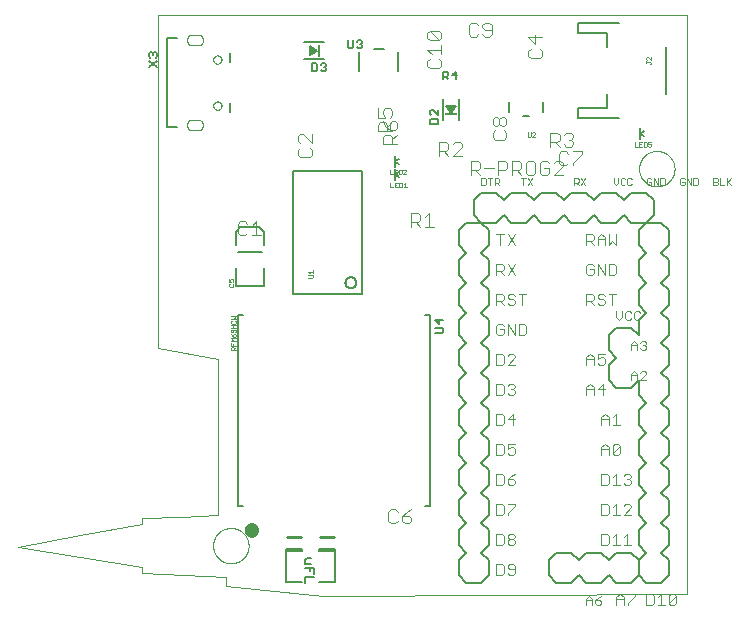
<source format=gto>
G75*
%MOIN*%
%OFA0B0*%
%FSLAX25Y25*%
%IPPOS*%
%LPD*%
%AMOC8*
5,1,8,0,0,1.08239X$1,22.5*
%
%ADD10C,0.00000*%
%ADD11C,0.00400*%
%ADD12C,0.00800*%
%ADD13C,0.00500*%
%ADD14C,0.00100*%
%ADD15C,0.00300*%
%ADD16C,0.00200*%
%ADD17C,0.00600*%
%ADD18R,0.03937X0.00787*%
%ADD19C,0.01000*%
%ADD20C,0.02400*%
%ADD21R,0.00787X0.03937*%
D10*
X0005457Y0022435D02*
X0026291Y0026394D01*
X0046791Y0030019D01*
X0046860Y0031852D01*
X0046930Y0032019D01*
X0059694Y0032505D01*
X0072124Y0032991D01*
X0072100Y0032985D02*
X0072125Y0058990D01*
X0072124Y0058963D02*
X0072124Y0084935D01*
X0052124Y0088685D01*
X0052124Y0199797D01*
X0228374Y0199797D01*
X0228374Y0006741D01*
X0167819Y0006394D01*
X0107263Y0006047D01*
X0074902Y0009419D01*
X0074902Y0012574D01*
X0060805Y0013130D01*
X0046707Y0013685D01*
X0046707Y0015908D01*
X0005457Y0022435D01*
X0070553Y0022850D02*
X0070555Y0023003D01*
X0070561Y0023157D01*
X0070571Y0023310D01*
X0070585Y0023462D01*
X0070603Y0023615D01*
X0070625Y0023766D01*
X0070650Y0023917D01*
X0070680Y0024068D01*
X0070714Y0024218D01*
X0070751Y0024366D01*
X0070792Y0024514D01*
X0070837Y0024660D01*
X0070886Y0024806D01*
X0070939Y0024950D01*
X0070995Y0025092D01*
X0071055Y0025233D01*
X0071119Y0025373D01*
X0071186Y0025511D01*
X0071257Y0025647D01*
X0071332Y0025781D01*
X0071409Y0025913D01*
X0071491Y0026043D01*
X0071575Y0026171D01*
X0071663Y0026297D01*
X0071754Y0026420D01*
X0071848Y0026541D01*
X0071946Y0026659D01*
X0072046Y0026775D01*
X0072150Y0026888D01*
X0072256Y0026999D01*
X0072365Y0027107D01*
X0072477Y0027212D01*
X0072591Y0027313D01*
X0072709Y0027412D01*
X0072828Y0027508D01*
X0072950Y0027601D01*
X0073075Y0027690D01*
X0073202Y0027777D01*
X0073331Y0027859D01*
X0073462Y0027939D01*
X0073595Y0028015D01*
X0073730Y0028088D01*
X0073867Y0028157D01*
X0074006Y0028222D01*
X0074146Y0028284D01*
X0074288Y0028342D01*
X0074431Y0028397D01*
X0074576Y0028448D01*
X0074722Y0028495D01*
X0074869Y0028538D01*
X0075017Y0028577D01*
X0075166Y0028613D01*
X0075316Y0028644D01*
X0075467Y0028672D01*
X0075618Y0028696D01*
X0075771Y0028716D01*
X0075923Y0028732D01*
X0076076Y0028744D01*
X0076229Y0028752D01*
X0076382Y0028756D01*
X0076536Y0028756D01*
X0076689Y0028752D01*
X0076842Y0028744D01*
X0076995Y0028732D01*
X0077147Y0028716D01*
X0077300Y0028696D01*
X0077451Y0028672D01*
X0077602Y0028644D01*
X0077752Y0028613D01*
X0077901Y0028577D01*
X0078049Y0028538D01*
X0078196Y0028495D01*
X0078342Y0028448D01*
X0078487Y0028397D01*
X0078630Y0028342D01*
X0078772Y0028284D01*
X0078912Y0028222D01*
X0079051Y0028157D01*
X0079188Y0028088D01*
X0079323Y0028015D01*
X0079456Y0027939D01*
X0079587Y0027859D01*
X0079716Y0027777D01*
X0079843Y0027690D01*
X0079968Y0027601D01*
X0080090Y0027508D01*
X0080209Y0027412D01*
X0080327Y0027313D01*
X0080441Y0027212D01*
X0080553Y0027107D01*
X0080662Y0026999D01*
X0080768Y0026888D01*
X0080872Y0026775D01*
X0080972Y0026659D01*
X0081070Y0026541D01*
X0081164Y0026420D01*
X0081255Y0026297D01*
X0081343Y0026171D01*
X0081427Y0026043D01*
X0081509Y0025913D01*
X0081586Y0025781D01*
X0081661Y0025647D01*
X0081732Y0025511D01*
X0081799Y0025373D01*
X0081863Y0025233D01*
X0081923Y0025092D01*
X0081979Y0024950D01*
X0082032Y0024806D01*
X0082081Y0024660D01*
X0082126Y0024514D01*
X0082167Y0024366D01*
X0082204Y0024218D01*
X0082238Y0024068D01*
X0082268Y0023917D01*
X0082293Y0023766D01*
X0082315Y0023615D01*
X0082333Y0023462D01*
X0082347Y0023310D01*
X0082357Y0023157D01*
X0082363Y0023003D01*
X0082365Y0022850D01*
X0082363Y0022697D01*
X0082357Y0022543D01*
X0082347Y0022390D01*
X0082333Y0022238D01*
X0082315Y0022085D01*
X0082293Y0021934D01*
X0082268Y0021783D01*
X0082238Y0021632D01*
X0082204Y0021482D01*
X0082167Y0021334D01*
X0082126Y0021186D01*
X0082081Y0021040D01*
X0082032Y0020894D01*
X0081979Y0020750D01*
X0081923Y0020608D01*
X0081863Y0020467D01*
X0081799Y0020327D01*
X0081732Y0020189D01*
X0081661Y0020053D01*
X0081586Y0019919D01*
X0081509Y0019787D01*
X0081427Y0019657D01*
X0081343Y0019529D01*
X0081255Y0019403D01*
X0081164Y0019280D01*
X0081070Y0019159D01*
X0080972Y0019041D01*
X0080872Y0018925D01*
X0080768Y0018812D01*
X0080662Y0018701D01*
X0080553Y0018593D01*
X0080441Y0018488D01*
X0080327Y0018387D01*
X0080209Y0018288D01*
X0080090Y0018192D01*
X0079968Y0018099D01*
X0079843Y0018010D01*
X0079716Y0017923D01*
X0079587Y0017841D01*
X0079456Y0017761D01*
X0079323Y0017685D01*
X0079188Y0017612D01*
X0079051Y0017543D01*
X0078912Y0017478D01*
X0078772Y0017416D01*
X0078630Y0017358D01*
X0078487Y0017303D01*
X0078342Y0017252D01*
X0078196Y0017205D01*
X0078049Y0017162D01*
X0077901Y0017123D01*
X0077752Y0017087D01*
X0077602Y0017056D01*
X0077451Y0017028D01*
X0077300Y0017004D01*
X0077147Y0016984D01*
X0076995Y0016968D01*
X0076842Y0016956D01*
X0076689Y0016948D01*
X0076536Y0016944D01*
X0076382Y0016944D01*
X0076229Y0016948D01*
X0076076Y0016956D01*
X0075923Y0016968D01*
X0075771Y0016984D01*
X0075618Y0017004D01*
X0075467Y0017028D01*
X0075316Y0017056D01*
X0075166Y0017087D01*
X0075017Y0017123D01*
X0074869Y0017162D01*
X0074722Y0017205D01*
X0074576Y0017252D01*
X0074431Y0017303D01*
X0074288Y0017358D01*
X0074146Y0017416D01*
X0074006Y0017478D01*
X0073867Y0017543D01*
X0073730Y0017612D01*
X0073595Y0017685D01*
X0073462Y0017761D01*
X0073331Y0017841D01*
X0073202Y0017923D01*
X0073075Y0018010D01*
X0072950Y0018099D01*
X0072828Y0018192D01*
X0072709Y0018288D01*
X0072591Y0018387D01*
X0072477Y0018488D01*
X0072365Y0018593D01*
X0072256Y0018701D01*
X0072150Y0018812D01*
X0072046Y0018925D01*
X0071946Y0019041D01*
X0071848Y0019159D01*
X0071754Y0019280D01*
X0071663Y0019403D01*
X0071575Y0019529D01*
X0071491Y0019657D01*
X0071409Y0019787D01*
X0071332Y0019919D01*
X0071257Y0020053D01*
X0071186Y0020189D01*
X0071119Y0020327D01*
X0071055Y0020467D01*
X0070995Y0020608D01*
X0070939Y0020750D01*
X0070886Y0020894D01*
X0070837Y0021040D01*
X0070792Y0021186D01*
X0070751Y0021334D01*
X0070714Y0021482D01*
X0070680Y0021632D01*
X0070650Y0021783D01*
X0070625Y0021934D01*
X0070603Y0022085D01*
X0070585Y0022238D01*
X0070571Y0022390D01*
X0070561Y0022543D01*
X0070555Y0022697D01*
X0070553Y0022850D01*
X0212539Y0148504D02*
X0212541Y0148657D01*
X0212547Y0148811D01*
X0212557Y0148964D01*
X0212571Y0149116D01*
X0212589Y0149269D01*
X0212611Y0149420D01*
X0212636Y0149571D01*
X0212666Y0149722D01*
X0212700Y0149872D01*
X0212737Y0150020D01*
X0212778Y0150168D01*
X0212823Y0150314D01*
X0212872Y0150460D01*
X0212925Y0150604D01*
X0212981Y0150746D01*
X0213041Y0150887D01*
X0213105Y0151027D01*
X0213172Y0151165D01*
X0213243Y0151301D01*
X0213318Y0151435D01*
X0213395Y0151567D01*
X0213477Y0151697D01*
X0213561Y0151825D01*
X0213649Y0151951D01*
X0213740Y0152074D01*
X0213834Y0152195D01*
X0213932Y0152313D01*
X0214032Y0152429D01*
X0214136Y0152542D01*
X0214242Y0152653D01*
X0214351Y0152761D01*
X0214463Y0152866D01*
X0214577Y0152967D01*
X0214695Y0153066D01*
X0214814Y0153162D01*
X0214936Y0153255D01*
X0215061Y0153344D01*
X0215188Y0153431D01*
X0215317Y0153513D01*
X0215448Y0153593D01*
X0215581Y0153669D01*
X0215716Y0153742D01*
X0215853Y0153811D01*
X0215992Y0153876D01*
X0216132Y0153938D01*
X0216274Y0153996D01*
X0216417Y0154051D01*
X0216562Y0154102D01*
X0216708Y0154149D01*
X0216855Y0154192D01*
X0217003Y0154231D01*
X0217152Y0154267D01*
X0217302Y0154298D01*
X0217453Y0154326D01*
X0217604Y0154350D01*
X0217757Y0154370D01*
X0217909Y0154386D01*
X0218062Y0154398D01*
X0218215Y0154406D01*
X0218368Y0154410D01*
X0218522Y0154410D01*
X0218675Y0154406D01*
X0218828Y0154398D01*
X0218981Y0154386D01*
X0219133Y0154370D01*
X0219286Y0154350D01*
X0219437Y0154326D01*
X0219588Y0154298D01*
X0219738Y0154267D01*
X0219887Y0154231D01*
X0220035Y0154192D01*
X0220182Y0154149D01*
X0220328Y0154102D01*
X0220473Y0154051D01*
X0220616Y0153996D01*
X0220758Y0153938D01*
X0220898Y0153876D01*
X0221037Y0153811D01*
X0221174Y0153742D01*
X0221309Y0153669D01*
X0221442Y0153593D01*
X0221573Y0153513D01*
X0221702Y0153431D01*
X0221829Y0153344D01*
X0221954Y0153255D01*
X0222076Y0153162D01*
X0222195Y0153066D01*
X0222313Y0152967D01*
X0222427Y0152866D01*
X0222539Y0152761D01*
X0222648Y0152653D01*
X0222754Y0152542D01*
X0222858Y0152429D01*
X0222958Y0152313D01*
X0223056Y0152195D01*
X0223150Y0152074D01*
X0223241Y0151951D01*
X0223329Y0151825D01*
X0223413Y0151697D01*
X0223495Y0151567D01*
X0223572Y0151435D01*
X0223647Y0151301D01*
X0223718Y0151165D01*
X0223785Y0151027D01*
X0223849Y0150887D01*
X0223909Y0150746D01*
X0223965Y0150604D01*
X0224018Y0150460D01*
X0224067Y0150314D01*
X0224112Y0150168D01*
X0224153Y0150020D01*
X0224190Y0149872D01*
X0224224Y0149722D01*
X0224254Y0149571D01*
X0224279Y0149420D01*
X0224301Y0149269D01*
X0224319Y0149116D01*
X0224333Y0148964D01*
X0224343Y0148811D01*
X0224349Y0148657D01*
X0224351Y0148504D01*
X0224349Y0148351D01*
X0224343Y0148197D01*
X0224333Y0148044D01*
X0224319Y0147892D01*
X0224301Y0147739D01*
X0224279Y0147588D01*
X0224254Y0147437D01*
X0224224Y0147286D01*
X0224190Y0147136D01*
X0224153Y0146988D01*
X0224112Y0146840D01*
X0224067Y0146694D01*
X0224018Y0146548D01*
X0223965Y0146404D01*
X0223909Y0146262D01*
X0223849Y0146121D01*
X0223785Y0145981D01*
X0223718Y0145843D01*
X0223647Y0145707D01*
X0223572Y0145573D01*
X0223495Y0145441D01*
X0223413Y0145311D01*
X0223329Y0145183D01*
X0223241Y0145057D01*
X0223150Y0144934D01*
X0223056Y0144813D01*
X0222958Y0144695D01*
X0222858Y0144579D01*
X0222754Y0144466D01*
X0222648Y0144355D01*
X0222539Y0144247D01*
X0222427Y0144142D01*
X0222313Y0144041D01*
X0222195Y0143942D01*
X0222076Y0143846D01*
X0221954Y0143753D01*
X0221829Y0143664D01*
X0221702Y0143577D01*
X0221573Y0143495D01*
X0221442Y0143415D01*
X0221309Y0143339D01*
X0221174Y0143266D01*
X0221037Y0143197D01*
X0220898Y0143132D01*
X0220758Y0143070D01*
X0220616Y0143012D01*
X0220473Y0142957D01*
X0220328Y0142906D01*
X0220182Y0142859D01*
X0220035Y0142816D01*
X0219887Y0142777D01*
X0219738Y0142741D01*
X0219588Y0142710D01*
X0219437Y0142682D01*
X0219286Y0142658D01*
X0219133Y0142638D01*
X0218981Y0142622D01*
X0218828Y0142610D01*
X0218675Y0142602D01*
X0218522Y0142598D01*
X0218368Y0142598D01*
X0218215Y0142602D01*
X0218062Y0142610D01*
X0217909Y0142622D01*
X0217757Y0142638D01*
X0217604Y0142658D01*
X0217453Y0142682D01*
X0217302Y0142710D01*
X0217152Y0142741D01*
X0217003Y0142777D01*
X0216855Y0142816D01*
X0216708Y0142859D01*
X0216562Y0142906D01*
X0216417Y0142957D01*
X0216274Y0143012D01*
X0216132Y0143070D01*
X0215992Y0143132D01*
X0215853Y0143197D01*
X0215716Y0143266D01*
X0215581Y0143339D01*
X0215448Y0143415D01*
X0215317Y0143495D01*
X0215188Y0143577D01*
X0215061Y0143664D01*
X0214936Y0143753D01*
X0214814Y0143846D01*
X0214695Y0143942D01*
X0214577Y0144041D01*
X0214463Y0144142D01*
X0214351Y0144247D01*
X0214242Y0144355D01*
X0214136Y0144466D01*
X0214032Y0144579D01*
X0213932Y0144695D01*
X0213834Y0144813D01*
X0213740Y0144934D01*
X0213649Y0145057D01*
X0213561Y0145183D01*
X0213477Y0145311D01*
X0213395Y0145441D01*
X0213318Y0145573D01*
X0213243Y0145707D01*
X0213172Y0145843D01*
X0213105Y0145981D01*
X0213041Y0146121D01*
X0212981Y0146262D01*
X0212925Y0146404D01*
X0212872Y0146548D01*
X0212823Y0146694D01*
X0212778Y0146840D01*
X0212737Y0146988D01*
X0212700Y0147136D01*
X0212666Y0147286D01*
X0212636Y0147437D01*
X0212611Y0147588D01*
X0212589Y0147739D01*
X0212571Y0147892D01*
X0212557Y0148044D01*
X0212547Y0148197D01*
X0212541Y0148351D01*
X0212539Y0148504D01*
X0070603Y0169543D02*
X0070605Y0169617D01*
X0070611Y0169691D01*
X0070621Y0169764D01*
X0070635Y0169837D01*
X0070652Y0169909D01*
X0070674Y0169979D01*
X0070699Y0170049D01*
X0070728Y0170117D01*
X0070761Y0170183D01*
X0070797Y0170248D01*
X0070837Y0170310D01*
X0070879Y0170371D01*
X0070925Y0170429D01*
X0070974Y0170484D01*
X0071026Y0170537D01*
X0071081Y0170587D01*
X0071138Y0170633D01*
X0071198Y0170677D01*
X0071260Y0170717D01*
X0071324Y0170754D01*
X0071390Y0170788D01*
X0071458Y0170818D01*
X0071527Y0170844D01*
X0071598Y0170867D01*
X0071669Y0170885D01*
X0071742Y0170900D01*
X0071815Y0170911D01*
X0071889Y0170918D01*
X0071963Y0170921D01*
X0072036Y0170920D01*
X0072110Y0170915D01*
X0072184Y0170906D01*
X0072257Y0170893D01*
X0072329Y0170876D01*
X0072400Y0170856D01*
X0072470Y0170831D01*
X0072538Y0170803D01*
X0072605Y0170772D01*
X0072670Y0170736D01*
X0072733Y0170698D01*
X0072794Y0170656D01*
X0072853Y0170610D01*
X0072909Y0170562D01*
X0072962Y0170511D01*
X0073012Y0170457D01*
X0073060Y0170400D01*
X0073104Y0170341D01*
X0073146Y0170279D01*
X0073184Y0170216D01*
X0073218Y0170150D01*
X0073249Y0170083D01*
X0073276Y0170014D01*
X0073299Y0169944D01*
X0073319Y0169873D01*
X0073335Y0169800D01*
X0073347Y0169727D01*
X0073355Y0169654D01*
X0073359Y0169580D01*
X0073359Y0169506D01*
X0073355Y0169432D01*
X0073347Y0169359D01*
X0073335Y0169286D01*
X0073319Y0169213D01*
X0073299Y0169142D01*
X0073276Y0169072D01*
X0073249Y0169003D01*
X0073218Y0168936D01*
X0073184Y0168870D01*
X0073146Y0168807D01*
X0073104Y0168745D01*
X0073060Y0168686D01*
X0073012Y0168629D01*
X0072962Y0168575D01*
X0072909Y0168524D01*
X0072853Y0168476D01*
X0072794Y0168430D01*
X0072733Y0168388D01*
X0072670Y0168350D01*
X0072605Y0168314D01*
X0072538Y0168283D01*
X0072470Y0168255D01*
X0072400Y0168230D01*
X0072329Y0168210D01*
X0072257Y0168193D01*
X0072184Y0168180D01*
X0072110Y0168171D01*
X0072036Y0168166D01*
X0071963Y0168165D01*
X0071889Y0168168D01*
X0071815Y0168175D01*
X0071742Y0168186D01*
X0071669Y0168201D01*
X0071598Y0168219D01*
X0071527Y0168242D01*
X0071458Y0168268D01*
X0071390Y0168298D01*
X0071324Y0168332D01*
X0071260Y0168369D01*
X0071198Y0168409D01*
X0071138Y0168453D01*
X0071081Y0168499D01*
X0071026Y0168549D01*
X0070974Y0168602D01*
X0070925Y0168657D01*
X0070879Y0168715D01*
X0070837Y0168776D01*
X0070797Y0168838D01*
X0070761Y0168903D01*
X0070728Y0168969D01*
X0070699Y0169037D01*
X0070674Y0169107D01*
X0070652Y0169177D01*
X0070635Y0169249D01*
X0070621Y0169322D01*
X0070611Y0169395D01*
X0070605Y0169469D01*
X0070603Y0169543D01*
X0065681Y0164819D02*
X0063319Y0164819D01*
X0063242Y0164807D01*
X0063166Y0164792D01*
X0063090Y0164773D01*
X0063016Y0164750D01*
X0062942Y0164724D01*
X0062871Y0164694D01*
X0062800Y0164660D01*
X0062732Y0164624D01*
X0062665Y0164583D01*
X0062600Y0164540D01*
X0062538Y0164494D01*
X0062477Y0164444D01*
X0062420Y0164392D01*
X0062365Y0164336D01*
X0062313Y0164279D01*
X0062263Y0164218D01*
X0062217Y0164156D01*
X0062174Y0164091D01*
X0062134Y0164024D01*
X0062097Y0163955D01*
X0062064Y0163885D01*
X0062034Y0163813D01*
X0062008Y0163739D01*
X0061986Y0163665D01*
X0061967Y0163589D01*
X0061952Y0163513D01*
X0061941Y0163436D01*
X0061933Y0163358D01*
X0061929Y0163280D01*
X0061930Y0163202D01*
X0061933Y0163125D01*
X0061941Y0163047D01*
X0061941Y0163048D02*
X0061933Y0162970D01*
X0061930Y0162893D01*
X0061929Y0162815D01*
X0061933Y0162737D01*
X0061941Y0162659D01*
X0061952Y0162582D01*
X0061967Y0162506D01*
X0061986Y0162430D01*
X0062008Y0162356D01*
X0062034Y0162282D01*
X0062064Y0162210D01*
X0062097Y0162140D01*
X0062134Y0162071D01*
X0062174Y0162004D01*
X0062217Y0161939D01*
X0062263Y0161877D01*
X0062313Y0161816D01*
X0062365Y0161759D01*
X0062420Y0161703D01*
X0062477Y0161651D01*
X0062538Y0161601D01*
X0062600Y0161555D01*
X0062665Y0161512D01*
X0062732Y0161471D01*
X0062800Y0161435D01*
X0062871Y0161401D01*
X0062942Y0161371D01*
X0063016Y0161345D01*
X0063090Y0161322D01*
X0063166Y0161303D01*
X0063242Y0161288D01*
X0063319Y0161276D01*
X0065681Y0161276D01*
X0065682Y0161276D02*
X0065759Y0161288D01*
X0065835Y0161303D01*
X0065911Y0161322D01*
X0065985Y0161345D01*
X0066059Y0161371D01*
X0066130Y0161401D01*
X0066201Y0161435D01*
X0066269Y0161471D01*
X0066336Y0161512D01*
X0066401Y0161555D01*
X0066463Y0161601D01*
X0066524Y0161651D01*
X0066581Y0161703D01*
X0066636Y0161759D01*
X0066688Y0161816D01*
X0066738Y0161877D01*
X0066784Y0161939D01*
X0066827Y0162004D01*
X0066867Y0162071D01*
X0066904Y0162140D01*
X0066937Y0162210D01*
X0066967Y0162282D01*
X0066993Y0162356D01*
X0067015Y0162430D01*
X0067034Y0162506D01*
X0067049Y0162582D01*
X0067060Y0162659D01*
X0067068Y0162737D01*
X0067072Y0162815D01*
X0067071Y0162893D01*
X0067068Y0162970D01*
X0067060Y0163048D01*
X0067060Y0163047D02*
X0067068Y0163125D01*
X0067071Y0163202D01*
X0067072Y0163280D01*
X0067068Y0163358D01*
X0067060Y0163436D01*
X0067049Y0163513D01*
X0067034Y0163589D01*
X0067015Y0163665D01*
X0066993Y0163739D01*
X0066967Y0163813D01*
X0066937Y0163885D01*
X0066904Y0163955D01*
X0066867Y0164024D01*
X0066827Y0164091D01*
X0066784Y0164156D01*
X0066738Y0164218D01*
X0066688Y0164279D01*
X0066636Y0164336D01*
X0066581Y0164392D01*
X0066524Y0164444D01*
X0066463Y0164494D01*
X0066401Y0164540D01*
X0066336Y0164583D01*
X0066269Y0164624D01*
X0066201Y0164660D01*
X0066130Y0164694D01*
X0066059Y0164724D01*
X0065985Y0164750D01*
X0065911Y0164773D01*
X0065835Y0164792D01*
X0065759Y0164807D01*
X0065682Y0164819D01*
X0070603Y0184898D02*
X0070605Y0184972D01*
X0070611Y0185046D01*
X0070621Y0185119D01*
X0070635Y0185192D01*
X0070652Y0185264D01*
X0070674Y0185334D01*
X0070699Y0185404D01*
X0070728Y0185472D01*
X0070761Y0185538D01*
X0070797Y0185603D01*
X0070837Y0185665D01*
X0070879Y0185726D01*
X0070925Y0185784D01*
X0070974Y0185839D01*
X0071026Y0185892D01*
X0071081Y0185942D01*
X0071138Y0185988D01*
X0071198Y0186032D01*
X0071260Y0186072D01*
X0071324Y0186109D01*
X0071390Y0186143D01*
X0071458Y0186173D01*
X0071527Y0186199D01*
X0071598Y0186222D01*
X0071669Y0186240D01*
X0071742Y0186255D01*
X0071815Y0186266D01*
X0071889Y0186273D01*
X0071963Y0186276D01*
X0072036Y0186275D01*
X0072110Y0186270D01*
X0072184Y0186261D01*
X0072257Y0186248D01*
X0072329Y0186231D01*
X0072400Y0186211D01*
X0072470Y0186186D01*
X0072538Y0186158D01*
X0072605Y0186127D01*
X0072670Y0186091D01*
X0072733Y0186053D01*
X0072794Y0186011D01*
X0072853Y0185965D01*
X0072909Y0185917D01*
X0072962Y0185866D01*
X0073012Y0185812D01*
X0073060Y0185755D01*
X0073104Y0185696D01*
X0073146Y0185634D01*
X0073184Y0185571D01*
X0073218Y0185505D01*
X0073249Y0185438D01*
X0073276Y0185369D01*
X0073299Y0185299D01*
X0073319Y0185228D01*
X0073335Y0185155D01*
X0073347Y0185082D01*
X0073355Y0185009D01*
X0073359Y0184935D01*
X0073359Y0184861D01*
X0073355Y0184787D01*
X0073347Y0184714D01*
X0073335Y0184641D01*
X0073319Y0184568D01*
X0073299Y0184497D01*
X0073276Y0184427D01*
X0073249Y0184358D01*
X0073218Y0184291D01*
X0073184Y0184225D01*
X0073146Y0184162D01*
X0073104Y0184100D01*
X0073060Y0184041D01*
X0073012Y0183984D01*
X0072962Y0183930D01*
X0072909Y0183879D01*
X0072853Y0183831D01*
X0072794Y0183785D01*
X0072733Y0183743D01*
X0072670Y0183705D01*
X0072605Y0183669D01*
X0072538Y0183638D01*
X0072470Y0183610D01*
X0072400Y0183585D01*
X0072329Y0183565D01*
X0072257Y0183548D01*
X0072184Y0183535D01*
X0072110Y0183526D01*
X0072036Y0183521D01*
X0071963Y0183520D01*
X0071889Y0183523D01*
X0071815Y0183530D01*
X0071742Y0183541D01*
X0071669Y0183556D01*
X0071598Y0183574D01*
X0071527Y0183597D01*
X0071458Y0183623D01*
X0071390Y0183653D01*
X0071324Y0183687D01*
X0071260Y0183724D01*
X0071198Y0183764D01*
X0071138Y0183808D01*
X0071081Y0183854D01*
X0071026Y0183904D01*
X0070974Y0183957D01*
X0070925Y0184012D01*
X0070879Y0184070D01*
X0070837Y0184131D01*
X0070797Y0184193D01*
X0070761Y0184258D01*
X0070728Y0184324D01*
X0070699Y0184392D01*
X0070674Y0184462D01*
X0070652Y0184532D01*
X0070635Y0184604D01*
X0070621Y0184677D01*
X0070611Y0184750D01*
X0070605Y0184824D01*
X0070603Y0184898D01*
X0065681Y0189622D02*
X0063516Y0189622D01*
X0063442Y0189619D01*
X0063367Y0189620D01*
X0063292Y0189624D01*
X0063217Y0189633D01*
X0063143Y0189645D01*
X0063070Y0189661D01*
X0062997Y0189680D01*
X0062926Y0189703D01*
X0062856Y0189730D01*
X0062787Y0189760D01*
X0062720Y0189794D01*
X0062655Y0189831D01*
X0062592Y0189871D01*
X0062531Y0189914D01*
X0062472Y0189961D01*
X0062416Y0190010D01*
X0062362Y0190062D01*
X0062311Y0190117D01*
X0062262Y0190175D01*
X0062217Y0190234D01*
X0062175Y0190296D01*
X0062136Y0190360D01*
X0062100Y0190426D01*
X0062067Y0190494D01*
X0062038Y0190563D01*
X0062013Y0190634D01*
X0061991Y0190705D01*
X0061973Y0190778D01*
X0061959Y0190852D01*
X0061948Y0190926D01*
X0061941Y0191001D01*
X0061941Y0191000D02*
X0061941Y0191788D01*
X0061941Y0191787D02*
X0061948Y0191862D01*
X0061959Y0191936D01*
X0061973Y0192010D01*
X0061991Y0192083D01*
X0062013Y0192154D01*
X0062038Y0192225D01*
X0062067Y0192294D01*
X0062100Y0192362D01*
X0062136Y0192428D01*
X0062175Y0192492D01*
X0062217Y0192554D01*
X0062262Y0192613D01*
X0062311Y0192671D01*
X0062362Y0192726D01*
X0062416Y0192778D01*
X0062472Y0192827D01*
X0062531Y0192874D01*
X0062592Y0192917D01*
X0062655Y0192957D01*
X0062720Y0192994D01*
X0062787Y0193028D01*
X0062856Y0193058D01*
X0062926Y0193085D01*
X0062997Y0193108D01*
X0063070Y0193127D01*
X0063143Y0193143D01*
X0063217Y0193155D01*
X0063292Y0193164D01*
X0063367Y0193168D01*
X0063442Y0193169D01*
X0063516Y0193166D01*
X0063516Y0193165D02*
X0065681Y0193165D01*
X0065681Y0193166D02*
X0065753Y0193164D01*
X0065825Y0193158D01*
X0065897Y0193149D01*
X0065968Y0193136D01*
X0066038Y0193119D01*
X0066107Y0193099D01*
X0066175Y0193074D01*
X0066241Y0193047D01*
X0066307Y0193016D01*
X0066370Y0192981D01*
X0066432Y0192944D01*
X0066491Y0192903D01*
X0066548Y0192859D01*
X0066603Y0192812D01*
X0066655Y0192762D01*
X0066705Y0192710D01*
X0066752Y0192655D01*
X0066796Y0192598D01*
X0066837Y0192539D01*
X0066874Y0192477D01*
X0066909Y0192414D01*
X0066940Y0192348D01*
X0066967Y0192282D01*
X0066992Y0192214D01*
X0067012Y0192145D01*
X0067029Y0192075D01*
X0067042Y0192004D01*
X0067051Y0191932D01*
X0067057Y0191860D01*
X0067059Y0191788D01*
X0067059Y0191000D01*
X0067057Y0190928D01*
X0067051Y0190856D01*
X0067042Y0190784D01*
X0067029Y0190713D01*
X0067012Y0190643D01*
X0066992Y0190574D01*
X0066967Y0190506D01*
X0066940Y0190440D01*
X0066909Y0190374D01*
X0066874Y0190311D01*
X0066837Y0190249D01*
X0066796Y0190190D01*
X0066752Y0190133D01*
X0066705Y0190078D01*
X0066655Y0190026D01*
X0066603Y0189976D01*
X0066548Y0189929D01*
X0066491Y0189885D01*
X0066432Y0189844D01*
X0066370Y0189807D01*
X0066307Y0189772D01*
X0066241Y0189741D01*
X0066175Y0189714D01*
X0066107Y0189689D01*
X0066038Y0189669D01*
X0065968Y0189652D01*
X0065897Y0189639D01*
X0065825Y0189630D01*
X0065753Y0189624D01*
X0065681Y0189622D01*
D11*
X0098853Y0159249D02*
X0098853Y0157715D01*
X0099620Y0156947D01*
X0099620Y0155413D02*
X0098853Y0154646D01*
X0098853Y0153111D01*
X0099620Y0152344D01*
X0102689Y0152344D01*
X0103457Y0153111D01*
X0103457Y0154646D01*
X0102689Y0155413D01*
X0103457Y0156947D02*
X0100387Y0160017D01*
X0099620Y0160017D01*
X0098853Y0159249D01*
X0103457Y0160017D02*
X0103457Y0156947D01*
X0125523Y0160918D02*
X0125523Y0163220D01*
X0126290Y0163987D01*
X0127825Y0163987D01*
X0128592Y0163220D01*
X0128592Y0160918D01*
X0129489Y0161314D02*
X0127954Y0162848D01*
X0127187Y0164383D01*
X0127825Y0165522D02*
X0125523Y0165522D01*
X0125523Y0168591D01*
X0127057Y0167824D02*
X0127057Y0167056D01*
X0127825Y0165522D01*
X0129359Y0165522D02*
X0130127Y0166289D01*
X0130127Y0167824D01*
X0129359Y0168591D01*
X0127825Y0168591D01*
X0127057Y0167824D01*
X0130256Y0164383D02*
X0129489Y0163616D01*
X0129489Y0161314D01*
X0131023Y0161314D01*
X0131791Y0162081D01*
X0131791Y0163616D01*
X0131023Y0164383D01*
X0130256Y0164383D01*
X0130127Y0163987D02*
X0128592Y0162452D01*
X0130127Y0160918D02*
X0125523Y0160918D01*
X0127187Y0159012D02*
X0127954Y0159779D01*
X0129489Y0159779D01*
X0130256Y0159012D01*
X0130256Y0156710D01*
X0130256Y0158245D02*
X0131791Y0159779D01*
X0131791Y0156710D02*
X0127187Y0156710D01*
X0127187Y0159012D01*
X0145877Y0157372D02*
X0145877Y0152768D01*
X0145877Y0154303D02*
X0148179Y0154303D01*
X0148946Y0155070D01*
X0148946Y0156605D01*
X0148179Y0157372D01*
X0145877Y0157372D01*
X0147412Y0154303D02*
X0148946Y0152768D01*
X0150481Y0152768D02*
X0153550Y0155838D01*
X0153550Y0156605D01*
X0152783Y0157372D01*
X0151248Y0157372D01*
X0150481Y0156605D01*
X0150481Y0152768D02*
X0153550Y0152768D01*
X0156397Y0151054D02*
X0158699Y0151054D01*
X0159466Y0150287D01*
X0159466Y0148752D01*
X0158699Y0147985D01*
X0156397Y0147985D01*
X0157931Y0147985D02*
X0159466Y0146450D01*
X0156397Y0146450D02*
X0156397Y0151054D01*
X0161001Y0148752D02*
X0164070Y0148752D01*
X0165605Y0147985D02*
X0167907Y0147985D01*
X0168674Y0148752D01*
X0168674Y0150287D01*
X0167907Y0151054D01*
X0165605Y0151054D01*
X0165605Y0146450D01*
X0170209Y0146450D02*
X0170209Y0151054D01*
X0172511Y0151054D01*
X0173278Y0150287D01*
X0173278Y0148752D01*
X0172511Y0147985D01*
X0170209Y0147985D01*
X0171743Y0147985D02*
X0173278Y0146450D01*
X0174812Y0147217D02*
X0175580Y0146450D01*
X0177114Y0146450D01*
X0177882Y0147217D01*
X0177882Y0150287D01*
X0177114Y0151054D01*
X0175580Y0151054D01*
X0174812Y0150287D01*
X0174812Y0147217D01*
X0179416Y0147217D02*
X0180184Y0146450D01*
X0181718Y0146450D01*
X0182486Y0147217D01*
X0182486Y0148752D01*
X0180951Y0148752D01*
X0179416Y0150287D02*
X0179416Y0147217D01*
X0179416Y0150287D02*
X0180184Y0151054D01*
X0181718Y0151054D01*
X0182486Y0150287D01*
X0184020Y0150287D02*
X0184788Y0151054D01*
X0186322Y0151054D01*
X0187090Y0150287D01*
X0187090Y0149519D01*
X0184020Y0146450D01*
X0187090Y0146450D01*
X0186598Y0149717D02*
X0185831Y0150485D01*
X0185831Y0153554D01*
X0186598Y0154321D01*
X0188133Y0154321D01*
X0188900Y0153554D01*
X0190435Y0154321D02*
X0193504Y0154321D01*
X0193504Y0153554D01*
X0190435Y0150485D01*
X0190435Y0149717D01*
X0188900Y0150485D02*
X0188133Y0149717D01*
X0186598Y0149717D01*
X0186026Y0155887D02*
X0184491Y0157421D01*
X0185259Y0157421D02*
X0182957Y0157421D01*
X0182957Y0155887D02*
X0182957Y0160490D01*
X0185259Y0160490D01*
X0186026Y0159723D01*
X0186026Y0158188D01*
X0185259Y0157421D01*
X0187561Y0156654D02*
X0188328Y0155887D01*
X0189863Y0155887D01*
X0190630Y0156654D01*
X0190630Y0157421D01*
X0189863Y0158188D01*
X0189095Y0158188D01*
X0189863Y0158188D02*
X0190630Y0158956D01*
X0190630Y0159723D01*
X0189863Y0160490D01*
X0188328Y0160490D01*
X0187561Y0159723D01*
X0168285Y0160480D02*
X0167518Y0161247D01*
X0168285Y0160480D02*
X0168285Y0158945D01*
X0167518Y0158178D01*
X0164448Y0158178D01*
X0163681Y0158945D01*
X0163681Y0160480D01*
X0164448Y0161247D01*
X0164448Y0162781D02*
X0165216Y0162781D01*
X0165983Y0163549D01*
X0165983Y0165083D01*
X0166750Y0165851D01*
X0167518Y0165851D01*
X0168285Y0165083D01*
X0168285Y0163549D01*
X0167518Y0162781D01*
X0166750Y0162781D01*
X0165983Y0163549D01*
X0165983Y0165083D02*
X0165216Y0165851D01*
X0164448Y0165851D01*
X0163681Y0165083D01*
X0163681Y0163549D01*
X0164448Y0162781D01*
X0145832Y0182074D02*
X0142763Y0182074D01*
X0141996Y0182841D01*
X0141996Y0184376D01*
X0142763Y0185143D01*
X0143531Y0186678D02*
X0141996Y0188212D01*
X0146600Y0188212D01*
X0146600Y0186678D02*
X0146600Y0189747D01*
X0145832Y0191282D02*
X0142763Y0191282D01*
X0141996Y0192049D01*
X0141996Y0193584D01*
X0142763Y0194351D01*
X0145832Y0191282D01*
X0146600Y0192049D01*
X0146600Y0193584D01*
X0145832Y0194351D01*
X0142763Y0194351D01*
X0145832Y0185143D02*
X0146600Y0184376D01*
X0146600Y0182841D01*
X0145832Y0182074D01*
X0156503Y0192560D02*
X0155736Y0193327D01*
X0155736Y0196396D01*
X0156503Y0197163D01*
X0158038Y0197163D01*
X0158805Y0196396D01*
X0160340Y0196396D02*
X0160340Y0195629D01*
X0161107Y0194861D01*
X0163409Y0194861D01*
X0163409Y0193327D02*
X0162642Y0192560D01*
X0161107Y0192560D01*
X0160340Y0193327D01*
X0158805Y0193327D02*
X0158038Y0192560D01*
X0156503Y0192560D01*
X0160340Y0196396D02*
X0161107Y0197163D01*
X0162642Y0197163D01*
X0163409Y0196396D01*
X0163409Y0193327D01*
X0175666Y0192292D02*
X0177968Y0189990D01*
X0177968Y0193060D01*
X0180270Y0192292D02*
X0175666Y0192292D01*
X0176433Y0188456D02*
X0175666Y0187688D01*
X0175666Y0186154D01*
X0176433Y0185386D01*
X0179502Y0185386D01*
X0180270Y0186154D01*
X0180270Y0187688D01*
X0179502Y0188456D01*
X0142648Y0133823D02*
X0141113Y0132289D01*
X0139579Y0133056D02*
X0139579Y0131521D01*
X0138811Y0130754D01*
X0136509Y0130754D01*
X0136509Y0129219D02*
X0136509Y0133823D01*
X0138811Y0133823D01*
X0139579Y0133056D01*
X0138044Y0130754D02*
X0139579Y0129219D01*
X0141113Y0129219D02*
X0144182Y0129219D01*
X0142648Y0129219D02*
X0142648Y0133823D01*
X0086465Y0126385D02*
X0083396Y0126385D01*
X0084931Y0126385D02*
X0084931Y0130989D01*
X0083396Y0129455D01*
X0081861Y0130222D02*
X0081094Y0130989D01*
X0079559Y0130989D01*
X0078792Y0130222D01*
X0078792Y0127153D01*
X0079559Y0126385D01*
X0081094Y0126385D01*
X0081861Y0127153D01*
X0129767Y0034989D02*
X0129000Y0034222D01*
X0129000Y0031153D01*
X0129767Y0030385D01*
X0131302Y0030385D01*
X0132069Y0031153D01*
X0133604Y0031153D02*
X0134371Y0030385D01*
X0135906Y0030385D01*
X0136673Y0031153D01*
X0136673Y0031920D01*
X0135906Y0032687D01*
X0133604Y0032687D01*
X0133604Y0031153D01*
X0133604Y0032687D02*
X0135139Y0034222D01*
X0136673Y0034989D01*
X0132069Y0034222D02*
X0131302Y0034989D01*
X0129767Y0034989D01*
D12*
X0111268Y0021724D02*
X0111268Y0020937D01*
X0105756Y0020937D01*
X0105756Y0021724D01*
X0111268Y0021724D01*
X0110875Y0021330D02*
X0105756Y0021330D01*
X0100245Y0021330D02*
X0095126Y0021330D01*
X0094733Y0020937D02*
X0094733Y0021724D01*
X0100245Y0021724D01*
X0100245Y0020937D01*
X0094733Y0020937D01*
X0094733Y0010701D01*
X0100245Y0010701D01*
X0105756Y0010701D02*
X0111268Y0010701D01*
X0111268Y0020937D01*
X0087524Y0109343D02*
X0078076Y0109343D01*
X0078076Y0115248D01*
X0078076Y0123122D02*
X0078076Y0127453D01*
X0079650Y0129028D01*
X0085950Y0129028D01*
X0087524Y0127453D01*
X0087524Y0123122D01*
X0087524Y0115248D02*
X0087524Y0109343D01*
X0131331Y0144774D02*
X0131331Y0146585D01*
X0132551Y0147506D01*
X0131331Y0148396D02*
X0131331Y0146585D01*
X0131391Y0146485D02*
X0132551Y0145726D01*
X0131131Y0149174D02*
X0131131Y0150985D01*
X0132351Y0151906D01*
X0131131Y0152796D02*
X0131131Y0150985D01*
X0131191Y0150885D02*
X0132351Y0150126D01*
X0147044Y0164748D02*
X0147044Y0171622D01*
X0148225Y0169367D02*
X0151375Y0169367D01*
X0149800Y0167004D01*
X0148225Y0169367D01*
X0149013Y0168973D02*
X0150587Y0168973D01*
X0149800Y0167792D01*
X0149013Y0168973D01*
X0149079Y0168873D02*
X0150521Y0168873D01*
X0149988Y0168074D02*
X0149612Y0168074D01*
X0152556Y0164748D02*
X0152556Y0171622D01*
X0169200Y0170876D02*
X0169200Y0167495D01*
X0173743Y0165995D02*
X0175857Y0165995D01*
X0180400Y0167495D02*
X0180400Y0170876D01*
X0192083Y0168587D02*
X0192083Y0165437D01*
X0205863Y0165437D01*
X0201926Y0168587D02*
X0192083Y0168587D01*
X0201926Y0168587D02*
X0201926Y0173311D01*
X0212797Y0161996D02*
X0212797Y0160185D01*
X0214017Y0161106D01*
X0212797Y0160185D02*
X0212797Y0158374D01*
X0214017Y0159326D02*
X0212857Y0160085D01*
X0221611Y0173311D02*
X0221611Y0189059D01*
X0205863Y0196933D02*
X0192083Y0196933D01*
X0192083Y0193784D01*
X0201926Y0193784D01*
X0201926Y0189059D01*
X0132296Y0187335D02*
X0132296Y0181036D01*
X0127375Y0188319D02*
X0124225Y0188319D01*
X0119304Y0187335D02*
X0119304Y0181036D01*
X0107591Y0185134D02*
X0100717Y0185134D01*
X0102973Y0186315D02*
X0102973Y0189464D01*
X0105335Y0187889D01*
X0102973Y0186315D01*
X0103366Y0187102D02*
X0103366Y0188677D01*
X0104548Y0187889D01*
X0103366Y0187102D01*
X0103366Y0187239D02*
X0103571Y0187239D01*
X0103366Y0188037D02*
X0104326Y0188037D01*
X0107591Y0190645D02*
X0100717Y0190645D01*
D13*
X0076311Y0187063D02*
X0076311Y0183914D01*
X0076311Y0170528D02*
X0076311Y0167378D01*
X0058595Y0162260D02*
X0055052Y0162260D01*
X0055052Y0192181D01*
X0058595Y0192181D01*
X0078800Y0120685D02*
X0086800Y0120685D01*
X0080474Y0099735D02*
X0078899Y0099735D01*
X0078899Y0035956D01*
X0080474Y0035956D01*
X0101301Y0018202D02*
X0101301Y0016701D01*
X0103302Y0016701D01*
X0102802Y0015480D02*
X0102802Y0014479D01*
X0104303Y0015480D02*
X0104303Y0013478D01*
X0104303Y0012257D02*
X0101301Y0012257D01*
X0101301Y0010256D01*
X0101301Y0015480D02*
X0104303Y0015480D01*
X0101301Y0018202D02*
X0101801Y0018703D01*
X0103302Y0018703D01*
X0141104Y0035956D02*
X0142679Y0035956D01*
X0142679Y0099735D01*
X0141104Y0099735D01*
X0152349Y0098000D02*
X0152349Y0093000D01*
X0154849Y0090500D01*
X0152349Y0088000D01*
X0152349Y0083000D01*
X0154849Y0080500D01*
X0152349Y0078000D01*
X0152349Y0073000D01*
X0154849Y0070500D01*
X0152349Y0068000D01*
X0152349Y0063000D01*
X0154849Y0060500D01*
X0152349Y0058000D01*
X0152349Y0053000D01*
X0154849Y0050500D01*
X0152349Y0048000D01*
X0152349Y0043000D01*
X0154849Y0040500D01*
X0152349Y0038000D01*
X0152349Y0033000D01*
X0154849Y0030500D01*
X0152349Y0028000D01*
X0152349Y0023000D01*
X0154849Y0020500D01*
X0152349Y0018000D01*
X0152349Y0013000D01*
X0154849Y0010500D01*
X0159849Y0010500D01*
X0162349Y0013000D01*
X0162349Y0018000D01*
X0159849Y0020500D01*
X0162349Y0023000D01*
X0162349Y0028000D01*
X0159849Y0030500D01*
X0162349Y0033000D01*
X0162349Y0038000D01*
X0159849Y0040500D01*
X0162349Y0043000D01*
X0162349Y0048000D01*
X0159849Y0050500D01*
X0162349Y0053000D01*
X0162349Y0058000D01*
X0159849Y0060500D01*
X0162349Y0063000D01*
X0162349Y0068000D01*
X0159849Y0070500D01*
X0162349Y0073000D01*
X0162349Y0078000D01*
X0159849Y0080500D01*
X0162349Y0083000D01*
X0162349Y0088000D01*
X0159849Y0090500D01*
X0162349Y0093000D01*
X0162349Y0098000D01*
X0159849Y0100500D01*
X0162349Y0103000D01*
X0162349Y0108000D01*
X0159849Y0110500D01*
X0162349Y0113000D01*
X0162349Y0118000D01*
X0159849Y0120500D01*
X0162349Y0123000D01*
X0162349Y0128000D01*
X0159849Y0130500D01*
X0157349Y0133000D01*
X0157349Y0138000D01*
X0159849Y0140500D01*
X0164849Y0140500D01*
X0167349Y0138000D01*
X0169849Y0140500D01*
X0174849Y0140500D01*
X0177349Y0138000D01*
X0179849Y0140500D01*
X0184849Y0140500D01*
X0187349Y0138000D01*
X0189849Y0140500D01*
X0194849Y0140500D01*
X0197349Y0138000D01*
X0199849Y0140500D01*
X0204849Y0140500D01*
X0207349Y0138000D01*
X0209849Y0140500D01*
X0214849Y0140500D01*
X0217349Y0138000D01*
X0217349Y0133000D01*
X0214849Y0130500D01*
X0209849Y0130500D01*
X0207349Y0133000D01*
X0204849Y0130500D01*
X0199849Y0130500D01*
X0197349Y0133000D01*
X0194849Y0130500D01*
X0189849Y0130500D01*
X0187349Y0133000D01*
X0184849Y0130500D01*
X0179849Y0130500D01*
X0177349Y0133000D01*
X0174849Y0130500D01*
X0169849Y0130500D01*
X0167349Y0133000D01*
X0164849Y0130500D01*
X0159849Y0130500D01*
X0154849Y0130500D01*
X0152349Y0128000D01*
X0152349Y0123000D01*
X0154849Y0120500D01*
X0152349Y0118000D01*
X0152349Y0113000D01*
X0154849Y0110500D01*
X0152349Y0108000D01*
X0152349Y0103000D01*
X0154849Y0100500D01*
X0152349Y0098000D01*
X0202349Y0093000D02*
X0202349Y0088000D01*
X0204849Y0085500D01*
X0202349Y0083000D01*
X0202349Y0078000D01*
X0204849Y0075500D01*
X0209849Y0075500D01*
X0212349Y0078000D01*
X0212349Y0073000D01*
X0214849Y0070500D01*
X0212349Y0068000D01*
X0212349Y0063000D01*
X0214849Y0060500D01*
X0212349Y0058000D01*
X0212349Y0053000D01*
X0214849Y0050500D01*
X0212349Y0048000D01*
X0212349Y0043000D01*
X0214849Y0040500D01*
X0212349Y0038000D01*
X0212349Y0033000D01*
X0214849Y0030500D01*
X0212349Y0028000D01*
X0212349Y0023000D01*
X0214849Y0020500D01*
X0212349Y0018000D01*
X0209849Y0020500D01*
X0204849Y0020500D01*
X0202349Y0018000D01*
X0199849Y0020500D01*
X0194849Y0020500D01*
X0192349Y0018000D01*
X0189849Y0020500D01*
X0184849Y0020500D01*
X0182349Y0018000D01*
X0182349Y0013000D01*
X0184849Y0010500D01*
X0189849Y0010500D01*
X0192349Y0013000D01*
X0194849Y0010500D01*
X0199849Y0010500D01*
X0202349Y0013000D01*
X0204849Y0010500D01*
X0209849Y0010500D01*
X0212349Y0013000D01*
X0214849Y0010500D01*
X0219849Y0010500D01*
X0222349Y0013000D01*
X0222349Y0018000D01*
X0219849Y0020500D01*
X0222349Y0023000D01*
X0222349Y0028000D01*
X0219849Y0030500D01*
X0222349Y0033000D01*
X0222349Y0038000D01*
X0219849Y0040500D01*
X0222349Y0043000D01*
X0222349Y0048000D01*
X0219849Y0050500D01*
X0222349Y0053000D01*
X0222349Y0058000D01*
X0219849Y0060500D01*
X0222349Y0063000D01*
X0222349Y0068000D01*
X0219849Y0070500D01*
X0222349Y0073000D01*
X0222349Y0078000D01*
X0219849Y0080500D01*
X0222349Y0083000D01*
X0222349Y0088000D01*
X0219849Y0090500D01*
X0222349Y0093000D01*
X0222349Y0098000D01*
X0219849Y0100500D01*
X0222349Y0103000D01*
X0222349Y0108000D01*
X0219849Y0110500D01*
X0222349Y0113000D01*
X0222349Y0118000D01*
X0219849Y0120500D01*
X0222349Y0123000D01*
X0222349Y0128000D01*
X0219849Y0130500D01*
X0214849Y0130500D01*
X0212349Y0128000D01*
X0212349Y0123000D01*
X0214849Y0120500D01*
X0212349Y0118000D01*
X0212349Y0113000D01*
X0214849Y0110500D01*
X0212349Y0108000D01*
X0212349Y0103000D01*
X0214849Y0100500D01*
X0212349Y0098000D01*
X0212349Y0093000D01*
X0209849Y0095500D01*
X0204849Y0095500D01*
X0202349Y0093000D01*
X0212349Y0018000D02*
X0212349Y0013000D01*
D14*
X0103750Y0112486D02*
X0103750Y0112986D01*
X0103500Y0113236D01*
X0102249Y0113236D01*
X0102749Y0113709D02*
X0102249Y0114209D01*
X0103750Y0114209D01*
X0103750Y0113709D02*
X0103750Y0114710D01*
X0103750Y0112486D02*
X0103500Y0112235D01*
X0102249Y0112235D01*
X0077313Y0111459D02*
X0077313Y0110959D01*
X0077063Y0110709D01*
X0077063Y0110236D02*
X0077313Y0109986D01*
X0077313Y0109486D01*
X0077063Y0109235D01*
X0076062Y0109235D01*
X0075812Y0109486D01*
X0075812Y0109986D01*
X0076062Y0110236D01*
X0075812Y0110709D02*
X0076562Y0110709D01*
X0076312Y0111209D01*
X0076312Y0111459D01*
X0076562Y0111710D01*
X0077063Y0111710D01*
X0077313Y0111459D01*
X0075812Y0111710D02*
X0075812Y0110709D01*
X0129657Y0142285D02*
X0130658Y0142285D01*
X0131130Y0142285D02*
X0132131Y0142285D01*
X0132603Y0142285D02*
X0133354Y0142285D01*
X0133604Y0142536D01*
X0133604Y0143536D01*
X0133354Y0143787D01*
X0132603Y0143787D01*
X0132603Y0142285D01*
X0131631Y0143036D02*
X0131130Y0143036D01*
X0131130Y0143787D02*
X0131130Y0142285D01*
X0129657Y0142285D02*
X0129657Y0143787D01*
X0131130Y0143787D02*
X0132131Y0143787D01*
X0134077Y0143286D02*
X0134577Y0143787D01*
X0134577Y0142285D01*
X0134077Y0142285D02*
X0135078Y0142285D01*
X0134878Y0146685D02*
X0133877Y0146685D01*
X0134878Y0147686D01*
X0134878Y0147936D01*
X0134627Y0148187D01*
X0134127Y0148187D01*
X0133877Y0147936D01*
X0133404Y0147936D02*
X0133154Y0148187D01*
X0132403Y0148187D01*
X0132403Y0146685D01*
X0133154Y0146685D01*
X0133404Y0146936D01*
X0133404Y0147936D01*
X0131931Y0148187D02*
X0130930Y0148187D01*
X0130930Y0146685D01*
X0131931Y0146685D01*
X0131431Y0147436D02*
X0130930Y0147436D01*
X0130458Y0146685D02*
X0129457Y0146685D01*
X0129457Y0148187D01*
X0175403Y0159386D02*
X0175654Y0159135D01*
X0176154Y0159135D01*
X0176404Y0159386D01*
X0176404Y0160637D01*
X0176877Y0160386D02*
X0177127Y0160637D01*
X0177627Y0160637D01*
X0177878Y0160386D01*
X0177878Y0160136D01*
X0176877Y0159135D01*
X0177878Y0159135D01*
X0175403Y0159386D02*
X0175403Y0160637D01*
X0211123Y0157387D02*
X0211123Y0155885D01*
X0212124Y0155885D01*
X0212596Y0155885D02*
X0213597Y0155885D01*
X0214069Y0155885D02*
X0214820Y0155885D01*
X0215070Y0156136D01*
X0215070Y0157136D01*
X0214820Y0157387D01*
X0214069Y0157387D01*
X0214069Y0155885D01*
X0213097Y0156636D02*
X0212596Y0156636D01*
X0212596Y0157387D02*
X0212596Y0155885D01*
X0212596Y0157387D02*
X0213597Y0157387D01*
X0215543Y0157387D02*
X0215543Y0156636D01*
X0216043Y0156886D01*
X0216293Y0156886D01*
X0216544Y0156636D01*
X0216544Y0156136D01*
X0216293Y0155885D01*
X0215793Y0155885D01*
X0215543Y0156136D01*
X0215543Y0157387D02*
X0216544Y0157387D01*
X0216100Y0183289D02*
X0216350Y0183539D01*
X0216350Y0183789D01*
X0216100Y0184040D01*
X0214849Y0184040D01*
X0214849Y0184290D02*
X0214849Y0183789D01*
X0215099Y0184762D02*
X0214849Y0185012D01*
X0214849Y0185513D01*
X0215099Y0185763D01*
X0215349Y0185763D01*
X0216350Y0184762D01*
X0216350Y0185763D01*
D15*
X0204834Y0126853D02*
X0204834Y0123150D01*
X0203600Y0124384D01*
X0202365Y0123150D01*
X0202365Y0126853D01*
X0201151Y0125619D02*
X0201151Y0123150D01*
X0201151Y0125002D02*
X0198682Y0125002D01*
X0198682Y0125619D02*
X0199917Y0126853D01*
X0201151Y0125619D01*
X0198682Y0125619D02*
X0198682Y0123150D01*
X0197468Y0123150D02*
X0196233Y0124384D01*
X0196851Y0124384D02*
X0194999Y0124384D01*
X0194999Y0123150D02*
X0194999Y0126853D01*
X0196851Y0126853D01*
X0197468Y0126236D01*
X0197468Y0125002D01*
X0196851Y0124384D01*
X0196851Y0116853D02*
X0195616Y0116853D01*
X0194999Y0116236D01*
X0194999Y0113767D01*
X0195616Y0113150D01*
X0196851Y0113150D01*
X0197468Y0113767D01*
X0197468Y0115002D01*
X0196233Y0115002D01*
X0197468Y0116236D02*
X0196851Y0116853D01*
X0198682Y0116853D02*
X0201151Y0113150D01*
X0201151Y0116853D01*
X0202365Y0116853D02*
X0204217Y0116853D01*
X0204834Y0116236D01*
X0204834Y0113767D01*
X0204217Y0113150D01*
X0202365Y0113150D01*
X0202365Y0116853D01*
X0198682Y0116853D02*
X0198682Y0113150D01*
X0199299Y0106853D02*
X0198682Y0106236D01*
X0198682Y0105619D01*
X0199299Y0105002D01*
X0200534Y0105002D01*
X0201151Y0104384D01*
X0201151Y0103767D01*
X0200534Y0103150D01*
X0199299Y0103150D01*
X0198682Y0103767D01*
X0197468Y0103150D02*
X0196233Y0104384D01*
X0196851Y0104384D02*
X0194999Y0104384D01*
X0194999Y0103150D02*
X0194999Y0106853D01*
X0196851Y0106853D01*
X0197468Y0106236D01*
X0197468Y0105002D01*
X0196851Y0104384D01*
X0199299Y0106853D02*
X0200534Y0106853D01*
X0201151Y0106236D01*
X0202365Y0106853D02*
X0204834Y0106853D01*
X0203600Y0106853D02*
X0203600Y0103150D01*
X0204999Y0101052D02*
X0204999Y0099117D01*
X0205967Y0098150D01*
X0206934Y0099117D01*
X0206934Y0101052D01*
X0207946Y0100569D02*
X0207946Y0098634D01*
X0208429Y0098150D01*
X0209397Y0098150D01*
X0209881Y0098634D01*
X0210892Y0098634D02*
X0211376Y0098150D01*
X0212343Y0098150D01*
X0212827Y0098634D01*
X0212827Y0100569D02*
X0212343Y0101052D01*
X0211376Y0101052D01*
X0210892Y0100569D01*
X0210892Y0098634D01*
X0209881Y0100569D02*
X0209397Y0101052D01*
X0208429Y0101052D01*
X0207946Y0100569D01*
X0210967Y0091052D02*
X0211934Y0090085D01*
X0211934Y0088150D01*
X0212946Y0088634D02*
X0213429Y0088150D01*
X0214397Y0088150D01*
X0214881Y0088634D01*
X0214881Y0089117D01*
X0214397Y0089601D01*
X0213913Y0089601D01*
X0214397Y0089601D02*
X0214881Y0090085D01*
X0214881Y0090569D01*
X0214397Y0091052D01*
X0213429Y0091052D01*
X0212946Y0090569D01*
X0211934Y0089601D02*
X0209999Y0089601D01*
X0209999Y0090085D02*
X0210967Y0091052D01*
X0209999Y0090085D02*
X0209999Y0088150D01*
X0210967Y0081052D02*
X0211934Y0080085D01*
X0211934Y0078150D01*
X0212946Y0078150D02*
X0214881Y0080085D01*
X0214881Y0080569D01*
X0214397Y0081052D01*
X0213429Y0081052D01*
X0212946Y0080569D01*
X0211934Y0079601D02*
X0209999Y0079601D01*
X0209999Y0080085D02*
X0210967Y0081052D01*
X0209999Y0080085D02*
X0209999Y0078150D01*
X0212946Y0078150D02*
X0214881Y0078150D01*
X0204917Y0066853D02*
X0204917Y0063150D01*
X0206151Y0063150D02*
X0203682Y0063150D01*
X0202468Y0063150D02*
X0202468Y0065619D01*
X0201233Y0066853D01*
X0199999Y0065619D01*
X0199999Y0063150D01*
X0199999Y0065002D02*
X0202468Y0065002D01*
X0203682Y0065619D02*
X0204917Y0066853D01*
X0200534Y0073150D02*
X0200534Y0076853D01*
X0198682Y0075002D01*
X0201151Y0075002D01*
X0197468Y0075002D02*
X0194999Y0075002D01*
X0194999Y0075619D02*
X0196233Y0076853D01*
X0197468Y0075619D01*
X0197468Y0073150D01*
X0194999Y0073150D02*
X0194999Y0075619D01*
X0194999Y0083150D02*
X0194999Y0085619D01*
X0196233Y0086853D01*
X0197468Y0085619D01*
X0197468Y0083150D01*
X0198682Y0083767D02*
X0199299Y0083150D01*
X0200534Y0083150D01*
X0201151Y0083767D01*
X0201151Y0085002D01*
X0200534Y0085619D01*
X0199917Y0085619D01*
X0198682Y0085002D01*
X0198682Y0086853D01*
X0201151Y0086853D01*
X0197468Y0085002D02*
X0194999Y0085002D01*
X0174834Y0093767D02*
X0174834Y0096236D01*
X0174217Y0096853D01*
X0172365Y0096853D01*
X0172365Y0093150D01*
X0174217Y0093150D01*
X0174834Y0093767D01*
X0171151Y0093150D02*
X0171151Y0096853D01*
X0168682Y0096853D02*
X0168682Y0093150D01*
X0167468Y0093767D02*
X0167468Y0095002D01*
X0166233Y0095002D01*
X0164999Y0096236D02*
X0165616Y0096853D01*
X0166851Y0096853D01*
X0167468Y0096236D01*
X0168682Y0096853D02*
X0171151Y0093150D01*
X0167468Y0093767D02*
X0166851Y0093150D01*
X0165616Y0093150D01*
X0164999Y0093767D01*
X0164999Y0096236D01*
X0164999Y0103150D02*
X0164999Y0106853D01*
X0166851Y0106853D01*
X0167468Y0106236D01*
X0167468Y0105002D01*
X0166851Y0104384D01*
X0164999Y0104384D01*
X0166233Y0104384D02*
X0167468Y0103150D01*
X0168682Y0103767D02*
X0169299Y0103150D01*
X0170534Y0103150D01*
X0171151Y0103767D01*
X0171151Y0104384D01*
X0170534Y0105002D01*
X0169299Y0105002D01*
X0168682Y0105619D01*
X0168682Y0106236D01*
X0169299Y0106853D01*
X0170534Y0106853D01*
X0171151Y0106236D01*
X0172365Y0106853D02*
X0174834Y0106853D01*
X0173600Y0106853D02*
X0173600Y0103150D01*
X0171151Y0113150D02*
X0168682Y0116853D01*
X0167468Y0116236D02*
X0167468Y0115002D01*
X0166851Y0114384D01*
X0164999Y0114384D01*
X0164999Y0113150D02*
X0164999Y0116853D01*
X0166851Y0116853D01*
X0167468Y0116236D01*
X0166233Y0114384D02*
X0167468Y0113150D01*
X0168682Y0113150D02*
X0171151Y0116853D01*
X0171151Y0123150D02*
X0168682Y0126853D01*
X0167468Y0126853D02*
X0164999Y0126853D01*
X0166233Y0126853D02*
X0166233Y0123150D01*
X0168682Y0123150D02*
X0171151Y0126853D01*
X0170534Y0086853D02*
X0169299Y0086853D01*
X0168682Y0086236D01*
X0167468Y0086236D02*
X0167468Y0083767D01*
X0166851Y0083150D01*
X0164999Y0083150D01*
X0164999Y0086853D01*
X0166851Y0086853D01*
X0167468Y0086236D01*
X0168682Y0083150D02*
X0171151Y0085619D01*
X0171151Y0086236D01*
X0170534Y0086853D01*
X0171151Y0083150D02*
X0168682Y0083150D01*
X0169299Y0076853D02*
X0170534Y0076853D01*
X0171151Y0076236D01*
X0171151Y0075619D01*
X0170534Y0075002D01*
X0171151Y0074384D01*
X0171151Y0073767D01*
X0170534Y0073150D01*
X0169299Y0073150D01*
X0168682Y0073767D01*
X0167468Y0073767D02*
X0167468Y0076236D01*
X0166851Y0076853D01*
X0164999Y0076853D01*
X0164999Y0073150D01*
X0166851Y0073150D01*
X0167468Y0073767D01*
X0168682Y0076236D02*
X0169299Y0076853D01*
X0169917Y0075002D02*
X0170534Y0075002D01*
X0170534Y0066853D02*
X0168682Y0065002D01*
X0171151Y0065002D01*
X0170534Y0066853D02*
X0170534Y0063150D01*
X0167468Y0063767D02*
X0167468Y0066236D01*
X0166851Y0066853D01*
X0164999Y0066853D01*
X0164999Y0063150D01*
X0166851Y0063150D01*
X0167468Y0063767D01*
X0166851Y0056853D02*
X0164999Y0056853D01*
X0164999Y0053150D01*
X0166851Y0053150D01*
X0167468Y0053767D01*
X0167468Y0056236D01*
X0166851Y0056853D01*
X0168682Y0056853D02*
X0168682Y0055002D01*
X0169917Y0055619D01*
X0170534Y0055619D01*
X0171151Y0055002D01*
X0171151Y0053767D01*
X0170534Y0053150D01*
X0169299Y0053150D01*
X0168682Y0053767D01*
X0168682Y0056853D02*
X0171151Y0056853D01*
X0171151Y0046853D02*
X0169917Y0046236D01*
X0168682Y0045002D01*
X0170534Y0045002D01*
X0171151Y0044384D01*
X0171151Y0043767D01*
X0170534Y0043150D01*
X0169299Y0043150D01*
X0168682Y0043767D01*
X0168682Y0045002D01*
X0167468Y0046236D02*
X0166851Y0046853D01*
X0164999Y0046853D01*
X0164999Y0043150D01*
X0166851Y0043150D01*
X0167468Y0043767D01*
X0167468Y0046236D01*
X0166851Y0036853D02*
X0164999Y0036853D01*
X0164999Y0033150D01*
X0166851Y0033150D01*
X0167468Y0033767D01*
X0167468Y0036236D01*
X0166851Y0036853D01*
X0168682Y0036853D02*
X0171151Y0036853D01*
X0171151Y0036236D01*
X0168682Y0033767D01*
X0168682Y0033150D01*
X0169299Y0026853D02*
X0170534Y0026853D01*
X0171151Y0026236D01*
X0171151Y0025619D01*
X0170534Y0025002D01*
X0169299Y0025002D01*
X0168682Y0025619D01*
X0168682Y0026236D01*
X0169299Y0026853D01*
X0169299Y0025002D02*
X0168682Y0024384D01*
X0168682Y0023767D01*
X0169299Y0023150D01*
X0170534Y0023150D01*
X0171151Y0023767D01*
X0171151Y0024384D01*
X0170534Y0025002D01*
X0167468Y0023767D02*
X0167468Y0026236D01*
X0166851Y0026853D01*
X0164999Y0026853D01*
X0164999Y0023150D01*
X0166851Y0023150D01*
X0167468Y0023767D01*
X0166851Y0016853D02*
X0164999Y0016853D01*
X0164999Y0013150D01*
X0166851Y0013150D01*
X0167468Y0013767D01*
X0167468Y0016236D01*
X0166851Y0016853D01*
X0168682Y0016236D02*
X0168682Y0015619D01*
X0169299Y0015002D01*
X0171151Y0015002D01*
X0171151Y0016236D02*
X0170534Y0016853D01*
X0169299Y0016853D01*
X0168682Y0016236D01*
X0168682Y0013767D02*
X0169299Y0013150D01*
X0170534Y0013150D01*
X0171151Y0013767D01*
X0171151Y0016236D01*
X0194999Y0005085D02*
X0194999Y0003150D01*
X0194999Y0004601D02*
X0196934Y0004601D01*
X0196934Y0005085D02*
X0196934Y0003150D01*
X0197946Y0003634D02*
X0197946Y0004601D01*
X0199397Y0004601D01*
X0199881Y0004117D01*
X0199881Y0003634D01*
X0199397Y0003150D01*
X0198429Y0003150D01*
X0197946Y0003634D01*
X0197946Y0004601D02*
X0198913Y0005569D01*
X0199881Y0006052D01*
X0196934Y0005085D02*
X0195967Y0006052D01*
X0194999Y0005085D01*
X0204999Y0005002D02*
X0207468Y0005002D01*
X0207468Y0005619D02*
X0207468Y0003150D01*
X0208682Y0003150D02*
X0208682Y0003767D01*
X0211151Y0006236D01*
X0211151Y0006853D01*
X0208682Y0006853D01*
X0207468Y0005619D02*
X0206233Y0006853D01*
X0204999Y0005619D01*
X0204999Y0003150D01*
X0214999Y0003150D02*
X0216851Y0003150D01*
X0217468Y0003767D01*
X0217468Y0006236D01*
X0216851Y0006853D01*
X0214999Y0006853D01*
X0214999Y0003150D01*
X0218682Y0003150D02*
X0221151Y0003150D01*
X0219917Y0003150D02*
X0219917Y0006853D01*
X0218682Y0005619D01*
X0222365Y0006236D02*
X0222365Y0003767D01*
X0224834Y0006236D01*
X0224834Y0003767D01*
X0224217Y0003150D01*
X0222983Y0003150D01*
X0222365Y0003767D01*
X0222365Y0006236D02*
X0222983Y0006853D01*
X0224217Y0006853D01*
X0224834Y0006236D01*
X0209834Y0023150D02*
X0207365Y0023150D01*
X0206151Y0023150D02*
X0203682Y0023150D01*
X0204917Y0023150D02*
X0204917Y0026853D01*
X0203682Y0025619D01*
X0202468Y0026236D02*
X0201851Y0026853D01*
X0199999Y0026853D01*
X0199999Y0023150D01*
X0201851Y0023150D01*
X0202468Y0023767D01*
X0202468Y0026236D01*
X0207365Y0025619D02*
X0208600Y0026853D01*
X0208600Y0023150D01*
X0209834Y0033150D02*
X0207365Y0033150D01*
X0209834Y0035619D01*
X0209834Y0036236D01*
X0209217Y0036853D01*
X0207983Y0036853D01*
X0207365Y0036236D01*
X0204917Y0036853D02*
X0204917Y0033150D01*
X0206151Y0033150D02*
X0203682Y0033150D01*
X0202468Y0033767D02*
X0202468Y0036236D01*
X0201851Y0036853D01*
X0199999Y0036853D01*
X0199999Y0033150D01*
X0201851Y0033150D01*
X0202468Y0033767D01*
X0203682Y0035619D02*
X0204917Y0036853D01*
X0204917Y0043150D02*
X0204917Y0046853D01*
X0203682Y0045619D01*
X0202468Y0046236D02*
X0201851Y0046853D01*
X0199999Y0046853D01*
X0199999Y0043150D01*
X0201851Y0043150D01*
X0202468Y0043767D01*
X0202468Y0046236D01*
X0203682Y0043150D02*
X0206151Y0043150D01*
X0207365Y0043767D02*
X0207983Y0043150D01*
X0209217Y0043150D01*
X0209834Y0043767D01*
X0209834Y0044384D01*
X0209217Y0045002D01*
X0208600Y0045002D01*
X0209217Y0045002D02*
X0209834Y0045619D01*
X0209834Y0046236D01*
X0209217Y0046853D01*
X0207983Y0046853D01*
X0207365Y0046236D01*
X0205534Y0053150D02*
X0204299Y0053150D01*
X0203682Y0053767D01*
X0206151Y0056236D01*
X0206151Y0053767D01*
X0205534Y0053150D01*
X0203682Y0053767D02*
X0203682Y0056236D01*
X0204299Y0056853D01*
X0205534Y0056853D01*
X0206151Y0056236D01*
X0202468Y0055619D02*
X0202468Y0053150D01*
X0202468Y0055002D02*
X0199999Y0055002D01*
X0199999Y0055619D02*
X0201233Y0056853D01*
X0202468Y0055619D01*
X0199999Y0055619D02*
X0199999Y0053150D01*
D16*
X0204881Y0143100D02*
X0204147Y0143834D01*
X0204147Y0145302D01*
X0205615Y0145302D02*
X0205615Y0143834D01*
X0204881Y0143100D01*
X0206357Y0143467D02*
X0206724Y0143100D01*
X0207457Y0143100D01*
X0207824Y0143467D01*
X0208566Y0143467D02*
X0208933Y0143100D01*
X0209667Y0143100D01*
X0210034Y0143467D01*
X0208566Y0143467D02*
X0208566Y0144935D01*
X0208933Y0145302D01*
X0209667Y0145302D01*
X0210034Y0144935D01*
X0207824Y0144935D02*
X0207457Y0145302D01*
X0206724Y0145302D01*
X0206357Y0144935D01*
X0206357Y0143467D01*
X0215196Y0143467D02*
X0215563Y0143100D01*
X0216297Y0143100D01*
X0216664Y0143467D01*
X0216664Y0144201D01*
X0215930Y0144201D01*
X0215196Y0144935D02*
X0215196Y0143467D01*
X0215196Y0144935D02*
X0215563Y0145302D01*
X0216297Y0145302D01*
X0216664Y0144935D01*
X0217406Y0145302D02*
X0218874Y0143100D01*
X0218874Y0145302D01*
X0219616Y0145302D02*
X0220717Y0145302D01*
X0221084Y0144935D01*
X0221084Y0143467D01*
X0220717Y0143100D01*
X0219616Y0143100D01*
X0219616Y0145302D01*
X0217406Y0145302D02*
X0217406Y0143100D01*
X0226245Y0143467D02*
X0226612Y0143100D01*
X0227346Y0143100D01*
X0227713Y0143467D01*
X0227713Y0144201D01*
X0226979Y0144201D01*
X0226245Y0144935D02*
X0226245Y0143467D01*
X0226245Y0144935D02*
X0226612Y0145302D01*
X0227346Y0145302D01*
X0227713Y0144935D01*
X0228455Y0145302D02*
X0229923Y0143100D01*
X0229923Y0145302D01*
X0230665Y0145302D02*
X0230665Y0143100D01*
X0231766Y0143100D01*
X0232133Y0143467D01*
X0232133Y0144935D01*
X0231766Y0145302D01*
X0230665Y0145302D01*
X0228455Y0145302D02*
X0228455Y0143100D01*
X0237295Y0143100D02*
X0237295Y0145302D01*
X0238396Y0145302D01*
X0238763Y0144935D01*
X0238763Y0144568D01*
X0238396Y0144201D01*
X0237295Y0144201D01*
X0238396Y0144201D02*
X0238763Y0143834D01*
X0238763Y0143467D01*
X0238396Y0143100D01*
X0237295Y0143100D01*
X0239505Y0143100D02*
X0240973Y0143100D01*
X0241715Y0143100D02*
X0241715Y0145302D01*
X0242082Y0144201D02*
X0243183Y0143100D01*
X0241715Y0143834D02*
X0243183Y0145302D01*
X0239505Y0145302D02*
X0239505Y0143100D01*
X0194565Y0143100D02*
X0193097Y0145302D01*
X0192355Y0144935D02*
X0192355Y0144201D01*
X0191988Y0143834D01*
X0190887Y0143834D01*
X0190887Y0143100D02*
X0190887Y0145302D01*
X0191988Y0145302D01*
X0192355Y0144935D01*
X0191621Y0143834D02*
X0192355Y0143100D01*
X0193097Y0143100D02*
X0194565Y0145302D01*
X0176886Y0145302D02*
X0175418Y0143100D01*
X0176886Y0143100D02*
X0175418Y0145302D01*
X0174676Y0145302D02*
X0173208Y0145302D01*
X0173942Y0145302D02*
X0173942Y0143100D01*
X0165837Y0143100D02*
X0165103Y0143834D01*
X0165470Y0143834D02*
X0164369Y0143834D01*
X0164369Y0143100D02*
X0164369Y0145302D01*
X0165470Y0145302D01*
X0165837Y0144935D01*
X0165837Y0144201D01*
X0165470Y0143834D01*
X0163627Y0145302D02*
X0162159Y0145302D01*
X0162893Y0145302D02*
X0162893Y0143100D01*
X0161417Y0143467D02*
X0161417Y0144935D01*
X0161050Y0145302D01*
X0159949Y0145302D01*
X0159949Y0143100D01*
X0161050Y0143100D01*
X0161417Y0143467D01*
X0078037Y0099296D02*
X0077570Y0098829D01*
X0078037Y0098362D01*
X0076636Y0098362D01*
X0076869Y0097823D02*
X0076636Y0097589D01*
X0076636Y0097122D01*
X0076869Y0096889D01*
X0077804Y0096889D01*
X0078037Y0097122D01*
X0078037Y0097589D01*
X0077804Y0097823D01*
X0078037Y0099296D02*
X0076636Y0099296D01*
X0076636Y0096349D02*
X0078037Y0096349D01*
X0077337Y0096349D02*
X0077337Y0095415D01*
X0077337Y0094876D02*
X0077337Y0094176D01*
X0077103Y0093942D01*
X0076869Y0093942D01*
X0076636Y0094176D01*
X0076636Y0094643D01*
X0076869Y0094876D01*
X0077804Y0094876D01*
X0078037Y0094643D01*
X0078037Y0094176D01*
X0077804Y0093942D01*
X0077804Y0093403D02*
X0077570Y0093403D01*
X0077337Y0093169D01*
X0077337Y0092469D01*
X0077804Y0092469D01*
X0078037Y0092702D01*
X0078037Y0093169D01*
X0077804Y0093403D01*
X0077337Y0092469D02*
X0076869Y0092936D01*
X0076636Y0093403D01*
X0076636Y0091930D02*
X0078037Y0091930D01*
X0078037Y0090996D02*
X0076636Y0090996D01*
X0077103Y0091463D01*
X0076636Y0091930D01*
X0076636Y0090456D02*
X0076636Y0089522D01*
X0078037Y0089522D01*
X0078037Y0088983D02*
X0077570Y0088516D01*
X0077570Y0088750D02*
X0077570Y0088049D01*
X0078037Y0088049D02*
X0076636Y0088049D01*
X0076636Y0088750D01*
X0076869Y0088983D01*
X0077337Y0088983D01*
X0077570Y0088750D01*
X0077337Y0089522D02*
X0077337Y0089989D01*
X0078037Y0095415D02*
X0076636Y0095415D01*
D17*
X0097284Y0106713D02*
X0120316Y0106713D01*
X0120316Y0147658D01*
X0097284Y0147658D01*
X0097284Y0106713D01*
X0114668Y0110552D02*
X0114670Y0110637D01*
X0114676Y0110721D01*
X0114686Y0110806D01*
X0114700Y0110889D01*
X0114717Y0110972D01*
X0114739Y0111054D01*
X0114765Y0111135D01*
X0114794Y0111215D01*
X0114827Y0111293D01*
X0114863Y0111369D01*
X0114903Y0111444D01*
X0114947Y0111517D01*
X0114994Y0111588D01*
X0115044Y0111656D01*
X0115097Y0111722D01*
X0115154Y0111785D01*
X0115213Y0111846D01*
X0115275Y0111904D01*
X0115340Y0111959D01*
X0115407Y0112011D01*
X0115476Y0112059D01*
X0115548Y0112104D01*
X0115622Y0112146D01*
X0115698Y0112184D01*
X0115775Y0112219D01*
X0115854Y0112250D01*
X0115934Y0112278D01*
X0116016Y0112301D01*
X0116098Y0112321D01*
X0116181Y0112337D01*
X0116265Y0112349D01*
X0116350Y0112357D01*
X0116435Y0112361D01*
X0116519Y0112361D01*
X0116604Y0112357D01*
X0116689Y0112349D01*
X0116773Y0112337D01*
X0116856Y0112321D01*
X0116938Y0112301D01*
X0117020Y0112278D01*
X0117100Y0112250D01*
X0117179Y0112219D01*
X0117256Y0112184D01*
X0117332Y0112146D01*
X0117406Y0112104D01*
X0117478Y0112059D01*
X0117547Y0112011D01*
X0117614Y0111959D01*
X0117679Y0111904D01*
X0117741Y0111846D01*
X0117800Y0111785D01*
X0117857Y0111722D01*
X0117910Y0111656D01*
X0117960Y0111588D01*
X0118007Y0111517D01*
X0118051Y0111444D01*
X0118091Y0111369D01*
X0118127Y0111293D01*
X0118160Y0111215D01*
X0118189Y0111135D01*
X0118215Y0111054D01*
X0118237Y0110972D01*
X0118254Y0110889D01*
X0118268Y0110806D01*
X0118278Y0110721D01*
X0118284Y0110637D01*
X0118286Y0110552D01*
X0118284Y0110467D01*
X0118278Y0110383D01*
X0118268Y0110298D01*
X0118254Y0110215D01*
X0118237Y0110132D01*
X0118215Y0110050D01*
X0118189Y0109969D01*
X0118160Y0109889D01*
X0118127Y0109811D01*
X0118091Y0109735D01*
X0118051Y0109660D01*
X0118007Y0109587D01*
X0117960Y0109516D01*
X0117910Y0109448D01*
X0117857Y0109382D01*
X0117800Y0109319D01*
X0117741Y0109258D01*
X0117679Y0109200D01*
X0117614Y0109145D01*
X0117547Y0109093D01*
X0117478Y0109045D01*
X0117406Y0109000D01*
X0117332Y0108958D01*
X0117256Y0108920D01*
X0117179Y0108885D01*
X0117100Y0108854D01*
X0117020Y0108826D01*
X0116938Y0108803D01*
X0116856Y0108783D01*
X0116773Y0108767D01*
X0116689Y0108755D01*
X0116604Y0108747D01*
X0116519Y0108743D01*
X0116435Y0108743D01*
X0116350Y0108747D01*
X0116265Y0108755D01*
X0116181Y0108767D01*
X0116098Y0108783D01*
X0116016Y0108803D01*
X0115934Y0108826D01*
X0115854Y0108854D01*
X0115775Y0108885D01*
X0115698Y0108920D01*
X0115622Y0108958D01*
X0115548Y0109000D01*
X0115476Y0109045D01*
X0115407Y0109093D01*
X0115340Y0109145D01*
X0115275Y0109200D01*
X0115213Y0109258D01*
X0115154Y0109319D01*
X0115097Y0109382D01*
X0115044Y0109448D01*
X0114994Y0109516D01*
X0114947Y0109587D01*
X0114903Y0109660D01*
X0114863Y0109735D01*
X0114827Y0109811D01*
X0114794Y0109889D01*
X0114765Y0109969D01*
X0114739Y0110050D01*
X0114717Y0110132D01*
X0114700Y0110215D01*
X0114686Y0110298D01*
X0114676Y0110383D01*
X0114670Y0110467D01*
X0114668Y0110552D01*
X0144551Y0097996D02*
X0145853Y0096695D01*
X0145853Y0098430D01*
X0147154Y0097996D02*
X0144551Y0097996D01*
X0144551Y0095483D02*
X0146720Y0095483D01*
X0147154Y0095050D01*
X0147154Y0094182D01*
X0146720Y0093748D01*
X0144551Y0093748D01*
X0145500Y0163485D02*
X0142898Y0163485D01*
X0142898Y0164787D01*
X0143331Y0165220D01*
X0145066Y0165220D01*
X0145500Y0164787D01*
X0145500Y0163485D01*
X0145500Y0166432D02*
X0143765Y0168167D01*
X0143331Y0168167D01*
X0142898Y0167733D01*
X0142898Y0166866D01*
X0143331Y0166432D01*
X0145500Y0166432D02*
X0145500Y0168167D01*
X0147211Y0178286D02*
X0147211Y0180888D01*
X0148512Y0180888D01*
X0148946Y0180454D01*
X0148946Y0179587D01*
X0148512Y0179153D01*
X0147211Y0179153D01*
X0148078Y0179153D02*
X0148946Y0178286D01*
X0150157Y0179587D02*
X0151892Y0179587D01*
X0151459Y0180888D02*
X0150157Y0179587D01*
X0151459Y0178286D02*
X0151459Y0180888D01*
X0120232Y0189087D02*
X0119798Y0188653D01*
X0118931Y0188653D01*
X0118497Y0189087D01*
X0117285Y0189087D02*
X0117285Y0191255D01*
X0118497Y0190821D02*
X0118931Y0191255D01*
X0119798Y0191255D01*
X0120232Y0190821D01*
X0120232Y0190388D01*
X0119798Y0189954D01*
X0120232Y0189520D01*
X0120232Y0189087D01*
X0119798Y0189954D02*
X0119364Y0189954D01*
X0117285Y0189087D02*
X0116852Y0188653D01*
X0115984Y0188653D01*
X0115550Y0189087D01*
X0115550Y0191255D01*
X0107808Y0183592D02*
X0106941Y0183592D01*
X0106507Y0183158D01*
X0105296Y0183158D02*
X0104862Y0183592D01*
X0103561Y0183592D01*
X0103561Y0180989D01*
X0104862Y0180989D01*
X0105296Y0181423D01*
X0105296Y0183158D01*
X0106507Y0181423D02*
X0106941Y0180989D01*
X0107808Y0180989D01*
X0108242Y0181423D01*
X0108242Y0181857D01*
X0107808Y0182291D01*
X0107375Y0182291D01*
X0107808Y0182291D02*
X0108242Y0182724D01*
X0108242Y0183158D01*
X0107808Y0183592D01*
X0051841Y0184299D02*
X0049239Y0182565D01*
X0049239Y0184299D02*
X0051841Y0182565D01*
X0051408Y0185511D02*
X0051841Y0185945D01*
X0051841Y0186812D01*
X0051408Y0187246D01*
X0050974Y0187246D01*
X0050540Y0186812D01*
X0050540Y0186378D01*
X0050540Y0186812D02*
X0050107Y0187246D01*
X0049673Y0187246D01*
X0049239Y0186812D01*
X0049239Y0185945D01*
X0049673Y0185511D01*
D18*
X0149800Y0166611D03*
D19*
X0110751Y0025819D02*
X0106251Y0025819D01*
X0099751Y0025819D02*
X0095251Y0025819D01*
D20*
X0082049Y0028082D02*
X0082051Y0028151D01*
X0082057Y0028219D01*
X0082067Y0028287D01*
X0082081Y0028354D01*
X0082099Y0028421D01*
X0082120Y0028486D01*
X0082146Y0028550D01*
X0082175Y0028612D01*
X0082207Y0028672D01*
X0082243Y0028731D01*
X0082283Y0028787D01*
X0082325Y0028841D01*
X0082371Y0028892D01*
X0082420Y0028941D01*
X0082471Y0028987D01*
X0082525Y0029029D01*
X0082581Y0029069D01*
X0082639Y0029105D01*
X0082700Y0029137D01*
X0082762Y0029166D01*
X0082826Y0029192D01*
X0082891Y0029213D01*
X0082958Y0029231D01*
X0083025Y0029245D01*
X0083093Y0029255D01*
X0083161Y0029261D01*
X0083230Y0029263D01*
X0083299Y0029261D01*
X0083367Y0029255D01*
X0083435Y0029245D01*
X0083502Y0029231D01*
X0083569Y0029213D01*
X0083634Y0029192D01*
X0083698Y0029166D01*
X0083760Y0029137D01*
X0083820Y0029105D01*
X0083879Y0029069D01*
X0083935Y0029029D01*
X0083989Y0028987D01*
X0084040Y0028941D01*
X0084089Y0028892D01*
X0084135Y0028841D01*
X0084177Y0028787D01*
X0084217Y0028731D01*
X0084253Y0028672D01*
X0084285Y0028612D01*
X0084314Y0028550D01*
X0084340Y0028486D01*
X0084361Y0028421D01*
X0084379Y0028354D01*
X0084393Y0028287D01*
X0084403Y0028219D01*
X0084409Y0028151D01*
X0084411Y0028082D01*
X0084409Y0028013D01*
X0084403Y0027945D01*
X0084393Y0027877D01*
X0084379Y0027810D01*
X0084361Y0027743D01*
X0084340Y0027678D01*
X0084314Y0027614D01*
X0084285Y0027552D01*
X0084253Y0027491D01*
X0084217Y0027433D01*
X0084177Y0027377D01*
X0084135Y0027323D01*
X0084089Y0027272D01*
X0084040Y0027223D01*
X0083989Y0027177D01*
X0083935Y0027135D01*
X0083879Y0027095D01*
X0083821Y0027059D01*
X0083760Y0027027D01*
X0083698Y0026998D01*
X0083634Y0026972D01*
X0083569Y0026951D01*
X0083502Y0026933D01*
X0083435Y0026919D01*
X0083367Y0026909D01*
X0083299Y0026903D01*
X0083230Y0026901D01*
X0083161Y0026903D01*
X0083093Y0026909D01*
X0083025Y0026919D01*
X0082958Y0026933D01*
X0082891Y0026951D01*
X0082826Y0026972D01*
X0082762Y0026998D01*
X0082700Y0027027D01*
X0082639Y0027059D01*
X0082581Y0027095D01*
X0082525Y0027135D01*
X0082471Y0027177D01*
X0082420Y0027223D01*
X0082371Y0027272D01*
X0082325Y0027323D01*
X0082283Y0027377D01*
X0082243Y0027433D01*
X0082207Y0027491D01*
X0082175Y0027552D01*
X0082146Y0027614D01*
X0082120Y0027678D01*
X0082099Y0027743D01*
X0082081Y0027810D01*
X0082067Y0027877D01*
X0082057Y0027945D01*
X0082051Y0028013D01*
X0082049Y0028082D01*
D21*
X0105729Y0187889D03*
M02*

</source>
